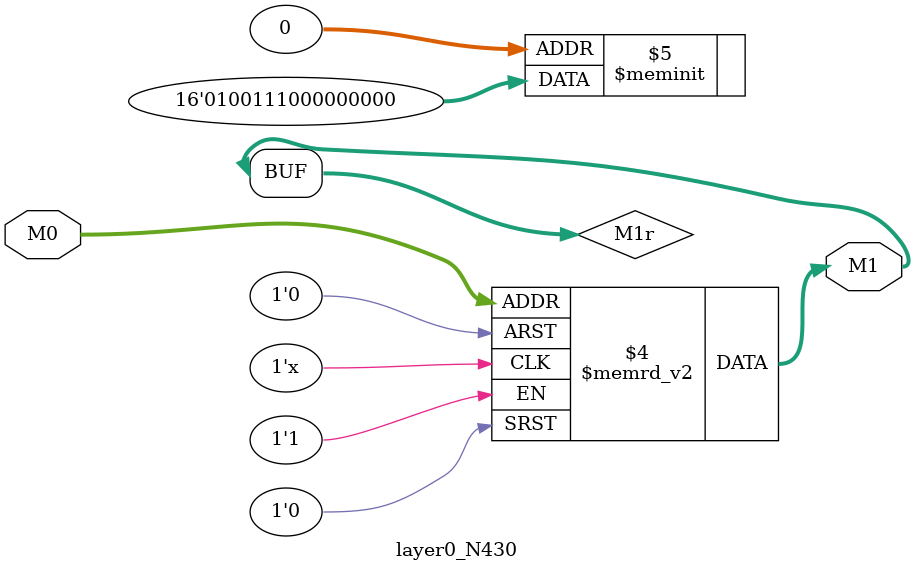
<source format=v>
module layer0_N430 ( input [2:0] M0, output [1:0] M1 );

	(*rom_style = "distributed" *) reg [1:0] M1r;
	assign M1 = M1r;
	always @ (M0) begin
		case (M0)
			3'b000: M1r = 2'b00;
			3'b100: M1r = 2'b10;
			3'b010: M1r = 2'b00;
			3'b110: M1r = 2'b00;
			3'b001: M1r = 2'b00;
			3'b101: M1r = 2'b11;
			3'b011: M1r = 2'b00;
			3'b111: M1r = 2'b01;

		endcase
	end
endmodule

</source>
